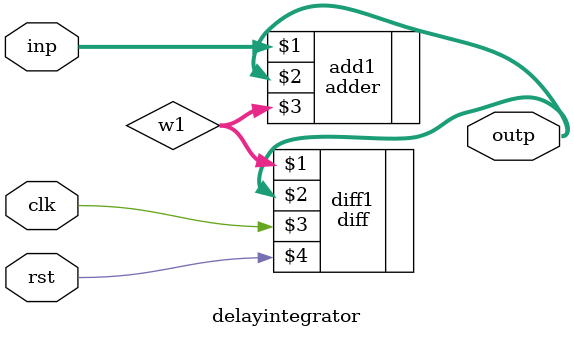
<source format=v>
`define size 31
`define full 32'hFFFF_FFFF
module delayintegrator(inp,outp,clk,rst); 
     input [`size:0]inp; 
     input clk,rst; 
     output [`size:0]outp; 
     wire [`size:0]w1; 
     
     adder add1(inp,outp,w1); 
     
     diff diff1(w1,outp,clk,rst); 
     
endmodule 


</source>
